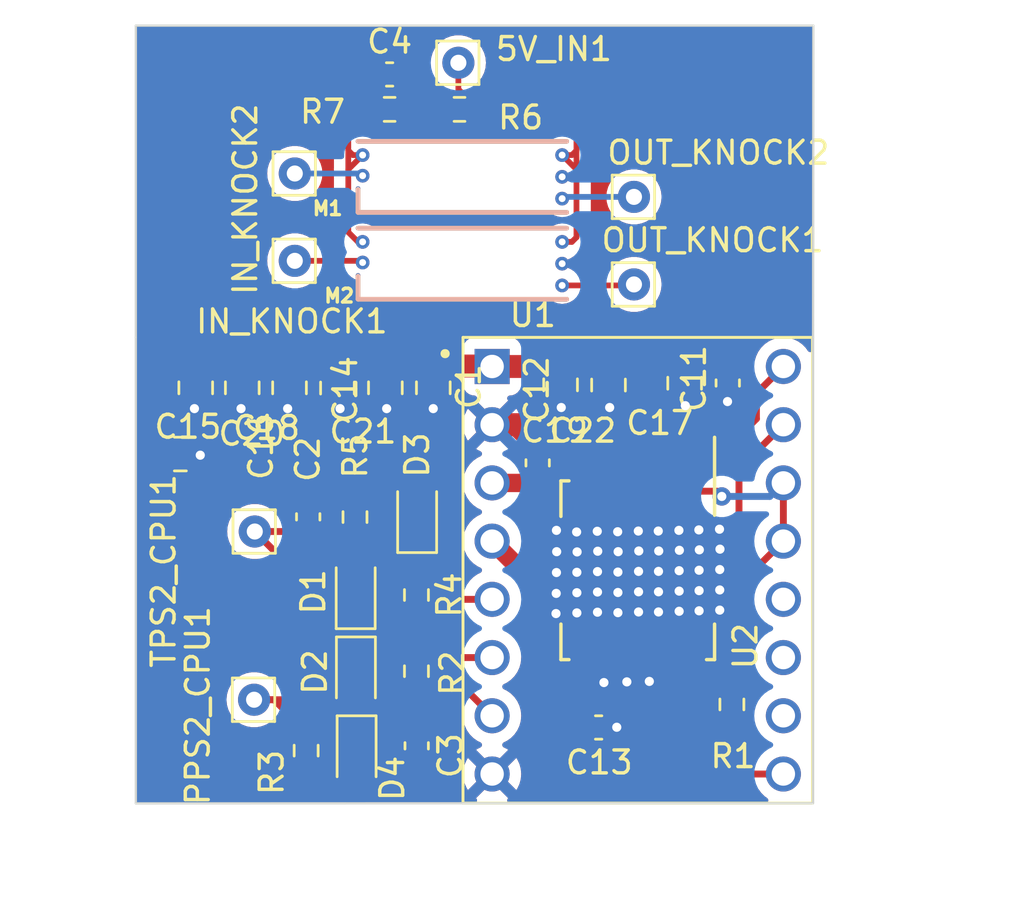
<source format=kicad_pcb>
(kicad_pcb (version 20221018) (generator pcbnew)
  (layers (0 "F.Cu" signal) (1 "In1.Cu" signal) (2 "In2.Cu" signal) (31 "B.Cu" signal) (34 "B.Paste" user) (35 "F.Paste" user) (36 "B.SilkS" user "B.Silkscreen") (37 "F.SilkS" user "F.Silkscreen") (38 "B.Mask" user) (39 "F.Mask" user) (44 "Edge.Cuts" user))
  (net 0 "")
  (net 2 "/OUT-")
  (net 3 "GND")
  (net 4 "/OUT+")
  (net 5 "/DIS")
  (net 6 "/PWM")
  (net 7 "+3.3V")
  (net 8 "+12VA")
  (net 10 "Net-(D1-A)")
  (net 11 "/DIR")
  (net 14 "Net-(D2-A)")
  (net 15 "/TPS2_IN")
  (net 16 "/PPS2_IN")
  (net 17 "+5V")
  (net 18 "/VREF")
  (net 19 "Net-(M2-OUT_KNOCK)")
  (net 20 "Net-(IN_KNOCK1-Pin_1)")
  (net 21 "Net-(IN_KNOCK2-Pin_1)")
  (net 22 "Net-(M1-OUT_KNOCK)")
  (footprint "Resistor_SMD:R_0603_1608Metric" (layer "F.Cu") (at 140.53 102.315 90)
    (fp_text reference "R1" (at -2.255 0.05) (layer "F.SilkS"))
    (fp_text value "4.7k" hide)
    (pad "1" smd roundrect (at -0.825 0 90) (size 0.8 0.95) (layers "F.Cu" "F.Paste" "F.Mask") (net 5 "/DIS"))
    (pad "2" smd roundrect (at 0.825 0 90) (size 0.8 0.95) (layers "F.Cu" "F.Paste" "F.Mask") (net 7 "+3.3V"))
  )
  (footprint "Connector_Pin:Pin_D0.7mm_L6.5mm_W1.8mm_FlatFork" (layer "F.Cu") (at 121.47 79.15)
    (fp_text reference "IN_KNOCK2" (at -2.161 1.119002 90) (layer "F.SilkS"))
    (fp_text value "Pad")
    (pad "1" thru_hole circle (at 0 0) (size 1.4 1.4) (drill 0.7) (layers "*.Cu" "*.Mask") (net 21 "Net-(IN_KNOCK2-Pin_1)"))
  )
  (footprint "Capacitor_SMD:C_0805_2012Metric" (layer "F.Cu") (at 119.18 88.5 90)
    (fp_text reference "C20" (at -2.005 0.42) (layer "F.SilkS"))
    (fp_text value "10u")
    (pad "1" smd roundrect (at -0.95 0 90) (size 1 1.45) (layers "F.Cu" "F.Paste" "F.Mask") (net 3 "GND"))
    (pad "2" smd roundrect (at 0.95 0 90) (size 1 1.45) (layers "F.Cu" "F.Paste" "F.Mask") (net 8 "+12VA"))
  )
  (footprint "Capacitor_SMD:C_0805_2012Metric" (layer "F.Cu") (at 121.24 88.5 90)
    (fp_text reference "C18" (at -1.75 -1) (layer "F.SilkS"))
    (fp_text value "10u")
    (pad "1" smd roundrect (at -0.95 0 90) (size 1 1.45) (layers "F.Cu" "F.Paste" "F.Mask") (net 3 "GND"))
    (pad "2" smd roundrect (at 0.95 0 90) (size 1 1.45) (layers "F.Cu" "F.Paste" "F.Mask") (net 8 "+12VA"))
  )
  (footprint "Capacitor_SMD:C_0805_2012Metric" (layer "F.Cu") (at 116.48 91.39 180)
    (fp_text reference "C16" (at -3.515 0.33 90) (layer "F.SilkS"))
    (fp_text value "10u")
    (pad "1" smd roundrect (at -0.95 0 180) (size 1 1.45) (layers "F.Cu" "F.Paste" "F.Mask") (net 3 "GND"))
    (pad "2" smd roundrect (at 0.95 0 180) (size 1 1.45) (layers "F.Cu" "F.Paste" "F.Mask") (net 8 "+12VA"))
  )
  (footprint "Resistor_SMD:R_0603_1608Metric" (layer "F.Cu") (at 128.653 76.350998 180)
    (fp_text reference "R6" (at -2.665 -0.357002) (layer "F.SilkS"))
    (fp_text value "510")
    (pad "1" smd roundrect (at -0.825 0 180) (size 0.8 0.95) (layers "F.Cu" "F.Paste" "F.Mask") (net 17 "+5V"))
    (pad "2" smd roundrect (at 0.825 0 180) (size 0.8 0.95) (layers "F.Cu" "F.Paste" "F.Mask") (net 18 "/VREF"))
  )
  (footprint "Resistor_SMD:R_0603_1608Metric" (layer "F.Cu") (at 125.605 76.350998 180)
    (fp_text reference "R7" (at 2.923 -0.103002) (layer "F.SilkS"))
    (fp_text value "510")
    (pad "1" smd roundrect (at -0.825 0 180) (size 0.8 0.95) (layers "F.Cu" "F.Paste" "F.Mask") (net 18 "/VREF"))
    (pad "2" smd roundrect (at 0.825 0 180) (size 0.8 0.95) (layers "F.Cu" "F.Paste" "F.Mask") (net 3 "GND"))
  )
  (footprint "Resistor_SMD:R_0603_1608Metric" (layer "F.Cu") (at 126.775 97.54 -90)
    (fp_text reference "R4" (at 0 -1.43 90) (layer "F.SilkS"))
    (fp_text value "4.7K")
    (pad "1" smd roundrect (at -0.825 0 270) (size 0.8 0.95) (layers "F.Cu" "F.Paste" "F.Mask") (net 10 "Net-(D1-A)"))
    (pad "2" smd roundrect (at 0.825 0 270) (size 0.8 0.95) (layers "F.Cu" "F.Paste" "F.Mask") (net 15 "/TPS2_IN"))
  )
  (footprint "Capacitor_SMD:C_0805_2012Metric" (layer "F.Cu") (at 135.15 88.38 90)
    (fp_text reference "C22" (at -1.99 -1.125) (layer "F.SilkS"))
    (fp_text value "10u")
    (pad "1" smd roundrect (at -0.95 0 90) (size 1 1.45) (layers "F.Cu" "F.Paste" "F.Mask") (net 3 "GND"))
    (pad "2" smd roundrect (at 0.95 0 90) (size 1 1.45) (layers "F.Cu" "F.Paste" "F.Mask") (net 8 "+12VA"))
  )
  (footprint "test:knock" (layer "F.Cu") (at 124.128 80.945997)
    (fp_text reference "M1" (at -1.954 0.080003 unlocked) (layer "F.SilkS") (effects (font (size 0.6 0.6) (thickness 0.254)) (justify left bottom)))
    (fp_text value "Module-knock-0.2" hide)
    (pad "E1" thru_hole circle (at 9 -2.6 180) (size 0.6 0.6) (drill 0.3) (layers "*.Cu" "*.Mask") (net 17 "+5V"))
    (pad "E2" smd oval (at 0.1 -0.625 180) (size 0.2 1.225) (layers "F.Cu" "F.Paste" "F.Mask") (net 3 "GND"))
    (pad "E2" smd oval (at 0.1 -0.625 180) (size 0.2 1.225) (layers "B.Cu" "B.Paste" "B.Mask") (net 3 "GND"))
    (pad "E2" smd oval (at 4.65 -3.2 90) (size 0.2 9.3) (layers "F.Cu" "F.Paste" "F.Mask") (net 3 "GND"))
    (pad "E2" smd oval (at 4.65 -3.2 90) (size 0.2 9.3) (layers "B.Cu" "B.Paste" "B.Mask") (net 3 "GND"))
    (pad "E2" smd oval (at 4.65 -0.1 270) (size 0.2 9.3) (layers "F.Cu" "F.Paste" "F.Mask") (net 3 "GND"))
    (pad "E2" smd oval (at 4.65 -0.1 270) (size 0.2 9.3) (layers "B.Cu" "B.Paste" "B.Mask") (net 3 "GND"))
    (pad "E2" thru_hole circle (at 9 -1.65 180) (size 0.6 0.6) (drill 0.3) (layers "*.Cu" "*.Mask") (net 3 "GND"))
    (pad "E3" thru_hole circle (at 9 -0.700002 180) (size 0.6 0.6) (drill 0.3) (layers "*.Cu" "*.Mask") (net 22 "Net-(M1-OUT_KNOCK)"))
    (pad "W1" thru_hole circle (at 0.3 -1.7) (size 0.6 0.6) (drill 0.3) (layers "*.Cu" "*.Mask") (net 21 "Net-(IN_KNOCK2-Pin_1)"))
    (pad "W2" thru_hole circle (at 0.3 -2.6) (size 0.6 0.6) (drill 0.3) (layers "*.Cu" "*.Mask") (net 18 "/VREF"))
    (zone (net 0) (net_name "") (layers "*.Cu") (connect_pads (clearance 0)) (min_thickness 0.254)
      (keepout (tracks allowed) (vias allowed) (pads allowed) (copperpour not_allowed) (footprints allowed))
      (fill (thermal_gap 0.508) (thermal_bridge_width 0.508))
      (polygon (pts (xy 133.328 80.845997) (xy 124.228 80.845997) (xy 124.228 77.745994) (xy 133.328 77.745994)))
    )
  )
  (footprint "Connector_Pin:Pin_D0.7mm_L6.5mm_W1.8mm_FlatFork" (layer "F.Cu") (at 121.47 82.96)
    (fp_text reference "IN_KNOCK1" (at -0.129 2.643002) (layer "F.SilkS"))
    (fp_text value "Pad")
    (pad "1" thru_hole circle (at 0 0) (size 1.4 1.4) (drill 0.7) (layers "*.Cu" "*.Mask") (net 20 "Net-(IN_KNOCK1-Pin_1)"))
  )
  (footprint "Diode_SMD:D_SOD-323" (layer "F.Cu") (at 126.805 94.08 90)
    (fp_text reference "D3" (at 2.65 0 90) (layer "F.SilkS"))
    (fp_text value "1N5819WS")
    (pad "1" smd roundrect (at -1.05 0 90) (size 0.6 0.45) (layers "F.Cu" "F.Paste" "F.Mask") (net 10 "Net-(D1-A)"))
    (pad "2" smd roundrect (at 1.05 0 90) (size 0.6 0.45) (layers "F.Cu" "F.Paste" "F.Mask") (net 3 "GND"))
  )
  (footprint "Diode_SMD:D_SOD-323" (layer "F.Cu") (at 124.135 100.98 -90)
    (fp_text reference "D2" (at -0.08 1.79 90) (layer "F.SilkS"))
    (fp_text value "1N5819WS")
    (pad "1" smd roundrect (at -1.05 0 270) (size 0.6 0.45) (layers "F.Cu" "F.Paste" "F.Mask") (net 7 "+3.3V"))
    (pad "2" smd roundrect (at 1.05 0 270) (size 0.6 0.45) (layers "F.Cu" "F.Paste" "F.Mask") (net 14 "Net-(D2-A)"))
  )
  (footprint "Capacitor_SMD:C_0603_1608Metric" (layer "F.Cu") (at 134.72 103.32 180)
    (fp_text reference "C13" (at -0.025 -1.525) (layer "F.SilkS"))
    (fp_text value "10n")
    (pad "1" smd roundrect (at -0.775 0 180) (size 0.9 0.95) (layers "F.Cu" "F.Paste" "F.Mask") (net 3 "GND"))
    (pad "2" smd roundrect (at 0.775 0 180) (size 0.9 0.95) (layers "F.Cu" "F.Paste" "F.Mask") (net 4 "/OUT+"))
  )
  (footprint "Connector_Pin:Pin_D0.7mm_L6.5mm_W1.8mm_FlatFork" (layer "F.Cu") (at 136.26 83.99)
    (fp_text reference "OUT_KNOCK1" (at 3.427 -1.928998) (layer "F.SilkS"))
    (fp_text value "Pad")
    (pad "1" thru_hole circle (at 0 0) (size 1.4 1.4) (drill 0.7) (layers "*.Cu" "*.Mask") (net 19 "Net-(M2-OUT_KNOCK)"))
  )
  (footprint "Capacitor_SMD:C_0603_1608Metric" (layer "F.Cu") (at 122.055 94.13 -90)
    (fp_text reference "C2" (at -2.51 0.02 90) (layer "F.SilkS"))
    (fp_text value "22nF")
    (pad "1" smd roundrect (at -0.775 0 270) (size 0.9 0.95) (layers "F.Cu" "F.Paste" "F.Mask") (net 3 "GND"))
    (pad "2" smd roundrect (at 0.775 0 270) (size 0.9 0.95) (layers "F.Cu" "F.Paste" "F.Mask") (net 10 "Net-(D1-A)"))
  )
  (footprint "test:knock" (layer "F.Cu") (at 124.128 84.734)
    (fp_text reference "M2" (at -1.446 0.102 unlocked) (layer "F.SilkS") (effects (font (size 0.6 0.6) (thickness 0.254)) (justify left bottom)))
    (fp_text value "Module-knock-0.2" hide)
    (pad "E1" thru_hole circle (at 9 -2.6 180) (size 0.6 0.6) (drill 0.3) (layers "*.Cu" "*.Mask") (net 17 "+5V"))
    (pad "E2" smd oval (at 0.1 -0.625 180) (size 0.2 1.225) (layers "F.Cu" "F.Paste" "F.Mask") (net 3 "GND"))
    (pad "E2" smd oval (at 0.1 -0.625 180) (size 0.2 1.225) (layers "B.Cu" "B.Paste" "B.Mask") (net 3 "GND"))
    (pad "E2" smd oval (at 4.65 -3.2 90) (size 0.2 9.3) (layers "F.Cu" "F.Paste" "F.Mask") (net 3 "GND"))
    (pad "E2" smd oval (at 4.65 -3.2 90) (size 0.2 9.3) (layers "B.Cu" "B.Paste" "B.Mask") (net 3 "GND"))
    (pad "E2" smd oval (at 4.65 -0.1 270) (size 0.2 9.3) (layers "F.Cu" "F.Paste" "F.Mask") (net 3 "GND"))
    (pad "E2" smd oval (at 4.65 -0.1 270) (size 0.2 9.3) (layers "B.Cu" "B.Paste" "B.Mask") (net 3 "GND"))
    (pad "E2" thru_hole circle (at 9 -1.65 180) (size 0.6 0.6) (drill 0.3) (layers "*.Cu" "*.Mask") (net 3 "GND"))
    (pad "E3" thru_hole circle (at 9 -0.700002 180) (size 0.6 0.6) (drill 0.3) (layers "*.Cu" "*.Mask") (net 19 "Net-(M2-OUT_KNOCK)"))
    (pad "W1" thru_hole circle (at 0.3 -1.7) (size 0.6 0.6) (drill 0.3) (layers "*.Cu" "*.Mask") (net 20 "Net-(IN_KNOCK1-Pin_1)"))
    (pad "W2" thru_hole circle (at 0.3 -2.6) (size 0.6 0.6) (drill 0.3) (layers "*.Cu" "*.Mask") (net 18 "/VREF"))
    (zone (net 0) (net_name "") (layers "*.Cu") (connect_pads (clearance 0)) (min_thickness 0.254)
      (keepout (tracks allowed) (vias allowed) (pads allowed) (copperpour not_allowed) (footprints allowed))
      (fill (thermal_gap 0.508) (thermal_bridge_width 0.508))
      (polygon (pts (xy 133.328 84.634) (xy 124.228 84.634) (xy 124.228 81.533997) (xy 133.328 81.533997)))
    )
  )
  (footprint "Connector_Pin:Pin_D0.7mm_L6.5mm_W1.8mm_FlatFork" (layer "F.Cu") (at 136.26 80.17)
    (fp_text reference "OUT_KNOCK2" (at 3.681 -1.928998 180) (layer "F.SilkS"))
    (fp_text value "Pad")
    (pad "1" thru_hole circle (at 0 0) (size 1.4 1.4) (drill 0.7) (layers "*.Cu" "*.Mask") (net 22 "Net-(M1-OUT_KNOCK)"))
  )
  (footprint "Capacitor_SMD:C_0805_2012Metric" (layer "F.Cu") (at 117.15 88.5 90)
    (fp_text reference "C15" (at -1.7 -0.34) (layer "F.SilkS"))
    (fp_text value "10u")
    (pad "1" smd roundrect (at -0.95 0 90) (size 1 1.45) (layers "F.Cu" "F.Paste" "F.Mask") (net 3 "GND"))
    (pad "2" smd roundrect (at 0.95 0 90) (size 1 1.45) (layers "F.Cu" "F.Paste" "F.Mask") (net 8 "+12VA"))
  )
  (footprint "Diode_SMD:D_SOD-323" (layer "F.Cu") (at 124.125 97.4 90)
    (fp_text reference "D1" (at 0 -1.85 90) (layer "F.SilkS"))
    (fp_text value "1N5819WS")
    (pad "1" smd roundrect (at -1.05 0 90) (size 0.6 0.45) (layers "F.Cu" "F.Paste" "F.Mask") (net 7 "+3.3V"))
    (pad "2" smd roundrect (at 1.05 0 90) (size 0.6 0.45) (layers "F.Cu" "F.Paste" "F.Mask") (net 10 "Net-(D1-A)"))
  )
  (footprint "Connector_Pin:Pin_D0.7mm_L6.5mm_W1.8mm_FlatFork" (layer "F.Cu") (at 119.695 102.11)
    (fp_text reference "PPS2_CPU1" (at -2.455 0.26 90) (layer "F.SilkS"))
    (fp_text value "Pad")
    (pad "1" thru_hole circle (at 0 0) (size 1.4 1.4) (drill 0.7) (layers "*.Cu" "*.Mask") (net 14 "Net-(D2-A)"))
  )
  (footprint "Package_SO:Infineon_PG-DSO-12-11" (layer "F.Cu") (at 136.425 96.46 -90)
    (fp_text reference "U2" (at 3.31 -4.695 90) (layer "F.SilkS"))
    (fp_text value "TLE9201SG")
    (pad "1" smd rect (at -4.8 -2.5 270) (size 2 0.65) (layers "F.Cu" "F.Paste" "F.Mask") (net 11 "/DIR"))
    (pad "2" smd rect (at -4.8 -1.5 270) (size 2 0.65) (layers "F.Cu" "F.Paste" "F.Mask") (net 7 "+3.3V"))
    (pad "3" smd rect (at -4.8 -0.5 270) (size 2 0.65) (layers "F.Cu" "F.Paste" "F.Mask"))
    (pad "4" smd rect (at -4.8 0.5 270) (size 2 0.65) (layers "F.Cu" "F.Paste" "F.Mask") (net 8 "+12VA"))
    (pad "5" smd rect (at -4.8 1.5 270) (size 2 0.65) (layers "F.Cu" "F.Paste" "F.Mask") (net 2 "/OUT-"))
    (pad "6" smd rect (at -4.8 2.5 270) (size 2 0.65) (layers "F.Cu" "F.Paste" "F.Mask") (net 3 "GND"))
    (pad "7" smd rect (at 4.8 2.5 270) (size 2 0.65) (layers "F.Cu" "F.Paste" "F.Mask") (net 4 "/OUT+"))
    (pad "8" smd rect (at 4.8 1.5 270) (size 2 0.65) (layers "F.Cu" "F.Paste" "F.Mask") (net 3 "GND"))
    (pad "9" smd rect (at 4.8 0.5 270) (size 2 0.65) (layers "F.Cu" "F.Paste" "F.Mask") (net 3 "GND"))
    (pad "10" smd rect (at 4.8 -0.5 270) (size 2 0.65) (layers "F.Cu" "F.Paste" "F.Mask") (net 3 "GND"))
    (pad "11" smd rect (at 4.8 -1.5 270) (size 2 0.65) (layers "F.Cu" "F.Paste" "F.Mask") (net 5 "/DIS"))
    (pad "12" smd rect (at 4.8 -2.5 270) (size 2 0.65) (layers "F.Cu" "F.Paste" "F.Mask") (net 6 "/PWM"))
    (pad "13" smd rect (at 0 0 270) (size 4.5 8.1) (layers "F.Cu" "F.Mask") (net 3 "GND"))
  )
  (footprint "Capacitor_SMD:C_0805_2012Metric" (layer "F.Cu") (at 127.51 88.5 90)
    (fp_text reference "C1" (at 0.05 1.55 90) (layer "F.SilkS"))
    (fp_text value "10u" hide)
    (pad "1" smd roundrect (at -0.95 0 90) (size 1 1.45) (layers "F.Cu" "F.Paste" "F.Mask") (net 3 "GND"))
    (pad "2" smd roundrect (at 0.95 0 90) (size 1 1.45) (layers "F.Cu" "F.Paste" "F.Mask") (net 8 "+12VA"))
  )
  (footprint "Capacitor_SMD:C_0603_1608Metric" (layer "F.Cu") (at 132.06 91.775 -90)
    (fp_text reference "C12" (at -3.195 0.04 90) (layer "F.SilkS"))
    (fp_text value "10n" hide)
    (pad "1" smd roundrect (at -0.775 0 270) (size 0.9 0.95) (layers "F.Cu" "F.Paste" "F.Mask") (net 3 "GND"))
    (pad "2" smd roundrect (at 0.775 0 270) (size 0.9 0.95) (layers "F.Cu" "F.Paste" "F.Mask") (net 2 "/OUT-"))
  )
  (footprint "Capacitor_SMD:C_0805_2012Metric" (layer "F.Cu") (at 123.33 88.51 90)
    (fp_text reference "C21" (at -1.9 1.11) (layer "F.SilkS"))
    (fp_text value "10u")
    (pad "1" smd roundrect (at -0.95 0 90) (size 1 1.45) (layers "F.Cu" "F.Paste" "F.Mask") (net 3 "GND"))
    (pad "2" smd roundrect (at 0.95 0 90) (size 1 1.45) (layers "F.Cu" "F.Paste" "F.Mask") (net 8 "+12VA"))
  )
  (footprint "Capacitor_SMD:C_0603_1608Metric" (layer "F.Cu") (at 126.785 104.12 90)
    (fp_text reference "C3" (at -0.43 1.465 90) (layer "F.SilkS"))
    (fp_text value "22nF")
    (pad "1" smd roundrect (at -0.775 0 90) (size 0.9 0.95) (layers "F.Cu" "F.Paste" "F.Mask") (net 3 "GND"))
    (pad "2" smd roundrect (at 0.775 0 90) (size 0.9 0.95) (layers "F.Cu" "F.Paste" "F.Mask") (net 14 "Net-(D2-A)"))
  )
  (footprint "Resistor_SMD:R_0603_1608Metric" (layer "F.Cu") (at 126.775 100.865 90)
    (fp_text reference "R2" (at -0.085 1.56 90) (layer "F.SilkS"))
    (fp_text value "4.7K")
    (pad "1" smd roundrect (at -0.825 0 90) (size 0.8 0.95) (layers "F.Cu" "F.Paste" "F.Mask") (net 14 "Net-(D2-A)"))
    (pad "2" smd roundrect (at 0.825 0 90) (size 0.8 0.95) (layers "F.Cu" "F.Paste" "F.Mask") (net 16 "/PPS2_IN"))
  )
  (footprint "Capacitor_SMD:C_0805_2012Metric" (layer "F.Cu") (at 125.42 88.5 90)
    (fp_text reference "C14" (at -0.075 -1.75 90) (layer "F.SilkS"))
    (fp_text value "10u")
    (pad "1" smd roundrect (at -0.95 0 90) (size 1 1.45) (layers "F.Cu" "F.Paste" "F.Mask") (net 3 "GND"))
    (pad "2" smd roundrect (at 0.95 0 90) (size 1 1.45) (layers "F.Cu" "F.Paste" "F.Mask") (net 8 "+12VA"))
  )
  (footprint "Diode_SMD:D_SOD-323" (layer "F.Cu") (at 124.165 104.42 -90)
    (fp_text reference "D4" (at 1.12 -1.555 90) (layer "F.SilkS"))
    (fp_text value "1N5819WS")
    (pad "1" smd roundrect (at -1.05 0 270) (size 0.6 0.45) (layers "F.Cu" "F.Paste" "F.Mask") (net 14 "Net-(D2-A)"))
    (pad "2" smd roundrect (at 1.05 0 270) (size 0.6 0.45) (layers "F.Cu" "F.Paste" "F.Mask") (net 3 "GND"))
  )
  (footprint "Connector_Pin:Pin_D0.7mm_L6.5mm_W1.8mm_FlatFork" (layer "F.Cu") (at 128.603 74.318998)
    (fp_text reference "5V_IN1" (at 4.167 -0.598998) (layer "F.SilkS"))
    (fp_text value "Pad")
    (pad "1" thru_hole circle (at 0 0) (size 1.4 1.4) (drill 0.7) (layers "*.Cu" "*.Mask") (net 17 "+5V"))
  )
  (footprint "Capacitor_SMD:C_0603_1608Metric" (layer "F.Cu") (at 125.605 74.826998)
    (fp_text reference "C4" (at 0 -1.43) (layer "F.SilkS"))
    (fp_text value "2.2uF")
    (pad "1" smd roundrect (at -0.775 0) (size 0.9 0.95) (layers "F.Cu" "F.Paste" "F.Mask") (net 3 "GND"))
    (pad "2" smd roundrect (at 0.775 0) (size 0.9 0.95) (layers "F.Cu" "F.Paste" "F.Mask") (net 18 "/VREF"))
  )
  (footprint "Resistor_SMD:R_0603_1608Metric" (layer "F.Cu") (at 124.095 94.14 -90)
    (fp_text reference "R5" (at -2.67 -0.01 90) (layer "F.SilkS"))
    (fp_text value "9.1K")
    (pad "1" smd roundrect (at -0.825 0 270) (size 0.8 0.95) (layers "F.Cu" "F.Paste" "F.Mask") (net 3 "GND"))
    (pad "2" smd roundrect (at 0.825 0 270) (size 0.8 0.95) (layers "F.Cu" "F.Paste" "F.Mask") (net 10 "Net-(D1-A)"))
  )
  (footprint "Capacitor_SMD:C_0603_1608Metric" (layer "F.Cu") (at 140.35 88.29 90)
    (fp_text reference "C11" (at 0.195 -1.475 90) (layer "F.SilkS"))
    (fp_text value "100n")
    (pad "1" smd roundrect (at -0.775 0 90) (size 0.9 0.95) (layers "F.Cu" "F.Paste" "F.Mask") (net 3 "GND"))
    (pad "2" smd roundrect (at 0.775 0 90) (size 0.9 0.95) (layers "F.Cu" "F.Paste" "F.Mask") (net 8 "+12VA"))
  )
  (footprint "Capacitor_SMD:C_0805_2012Metric" (layer "F.Cu") (at 133.06 88.37 90)
    (fp_text reference "C19" (at -2 -0.265) (layer "F.SilkS"))
    (fp_text value "10u" hide)
    (pad "1" smd roundrect (at -0.95 0 90) (size 1 1.45) (layers "F.Cu" "F.Paste" "F.Mask") (net 3 "GND"))
    (pad "2" smd roundrect (at 0.95 0 90) (size 1 1.45) (layers "F.Cu" "F.Paste" "F.Mask") (net 8 "+12VA"))
  )
  (footprint "Resistor_SMD:R_0603_1608Metric" (layer "F.Cu") (at 121.965 104.33 90)
    (fp_text reference "R3" (at -0.95 -1.505 90) (layer "F.SilkS"))
    (fp_text value "9.1K")
    (pad "1" smd roundrect (at -0.825 0 90) (size 0.8 0.95) (layers "F.Cu" "F.Paste" "F.Mask") (net 3 "GND"))
    (pad "2" smd roundrect (at 0.825 0 90) (size 0.8 0.95) (layers "F.Cu" "F.Paste" "F.Mask") (net 14 "Net-(D2-A)"))
  )
  (footprint "Capacitor_SMD:C_0805_2012Metric" (layer "F.Cu") (at 138.47 88.3 90)
    (fp_text reference "C17" (at -1.735 -1.09) (layer "F.SilkS"))
    (fp_text value "10u")
    (pad "1" smd roundrect (at -0.95 0 90) (size 1 1.45) (layers "F.Cu" "F.Paste" "F.Mask") (net 3 "GND"))
    (pad "2" smd roundrect (at 0.95 0 90) (size 1 1.45) (layers "F.Cu" "F.Paste" "F.Mask") (net 8 "+12VA"))
  )
  (footprint "Connector_Pin:Pin_D0.7mm_L6.5mm_W1.8mm_FlatFork" (layer "F.Cu") (at 119.725 94.77)
    (fp_text reference "TPS2_CPU1" (at -3.975 1.72 90) (layer "F.SilkS"))
    (fp_text value "Pad")
    (pad "1" thru_hole circle (at 0 0) (size 1.4 1.4) (drill 0.7) (layers "*.Cu" "*.Mask") (net 10 "Net-(D1-A)"))
  )
  (footprint "test:MODULE_A4988_STEPPER_MOTOR_DRIVER_CARRIER" (layer "F.Cu") (at 136.425 96.46)
    (fp_text reference "U1" (at -4.575 -11.135) (layer "F.SilkS"))
    (fp_text value "A4988_STEPPER_MOTOR_DRIVER_CARRIER")
    (pad "1" thru_hole rect (at -6.35 -8.89) (size 1.53 1.53) (drill 1.02) (layers "*.Cu" "*.Mask") (net 8 "+12VA"))
    (pad "2" thru_hole circle (at -6.35 -6.35) (size 1.53 1.53) (drill 1.02) (layers "*.Cu" "*.Mask") (net 3 "GND"))
    (pad "3" thru_hole circle (at -6.35 -3.81) (size 1.53 1.53) (drill 1.02) (layers "*.Cu" "*.Mask") (net 2 "/OUT-"))
    (pad "4" thru_hole circle (at -6.35 -1.27) (size 1.53 1.53) (drill 1.02) (layers "*.Cu" "*.Mask") (net 4 "/OUT+"))
    (pad "5" thru_hole circle (at -6.35 1.27) (size 1.53 1.53) (drill 1.02) (layers "*.Cu" "*.Mask") (net 15 "/TPS2_IN"))
    (pad "6" thru_hole circle (at -6.35 3.81) (size 1.53 1.53) (drill 1.02) (layers "*.Cu" "*.Mask") (net 16 "/PPS2_IN"))
    (pad "7" thru_hole circle (at -6.35 6.35) (size 1.53 1.53) (drill 1.02) (layers "*.Cu" "*.Mask") (net 7 "+3.3V"))
    (pad "8" thru_hole circle (at -6.35 8.89) (size 1.53 1.53) (drill 1.02) (layers "*.Cu" "*.Mask") (net 3 "GND"))
    (pad "9" thru_hole circle (at 6.35 8.89) (size 1.53 1.53) (drill 1.02) (layers "*.Cu" "*.Mask") (net 5 "/DIS"))
    (pad "10" thru_hole circle (at 6.35 6.35) (size 1.53 1.53) (drill 1.02) (layers "*.Cu" "*.Mask"))
    (pad "11" thru_hole circle (at 6.35 3.81) (size 1.53 1.53) (drill 1.02) (layers "*.Cu" "*.Mask"))
    (pad "12" thru_hole circle (at 6.35 1.27) (size 1.53 1.53) (drill 1.02) (layers "*.Cu" "*.Mask"))
    (pad "13" thru_hole circle (at 6.35 -1.27) (size 1.53 1.53) (drill 1.02) (layers "*.Cu" "*.Mask") (net 7 "+3.3V"))
    (pad "14" thru_hole circle (at 6.35 -3.81) (size 1.53 1.53) (drill 1.02) (layers "*.Cu" "*.Mask") (net 7 "+3.3V"))
    (pad "15" thru_hole circle (at 6.35 -6.35) (size 1.53 1.53) (drill 1.02) (layers "*.Cu" "*.Mask") (net 6 "/PWM"))
    (pad "16" thru_hole circle (at 6.35 -8.89) (size 1.53 1.53) (drill 1.02) (layers "*.Cu" "*.Mask") (net 11 "/DIR"))
  )
  (gr_line (start 144.07 106.625) (end 144.07 86.3) (stroke (width 0.1)) (layer "Edge.Cuts"))
  (gr_line (start 128.8 106.625) (end 144.05 106.625) (stroke (width 0.1)) (layer "Edge.Cuts"))
  (gr_line (start 114.54 72.7) (end 144.08 72.7) (stroke (width 0.1)) (layer "Edge.Cuts"))
  (gr_line (start 144.07 86.3) (end 144.08 72.7) (stroke (width 0.1)) (layer "Edge.Cuts"))
  (gr_line (start 114.54 86.3) (end 114.54 72.7) (stroke (width 0.1)) (layer "Edge.Cuts"))
  (gr_line (start 128.8 106.625) (end 114.54 106.63) (stroke (width 0.1)) (layer "Edge.Cuts"))
  (gr_line (start 114.54 86.3) (end 114.54 106.63) (stroke (width 0.1)) (layer "Edge.Cuts"))
  (segment (start 131.96 92.65) (end 132.06 92.55) (width 0.8) (layer "F.Cu") (net 2))
  (segment (start 134.85 93.26) (end 132.77 93.26) (width 0.8) (layer "F.Cu") (net 2))
  (segment (start 134.925 91.66) (end 134.925 93.185) (width 0.8) (layer "F.Cu") (net 2))
  (segment (start 132.77 93.26) (end 132.06 92.55) (width 0.8) (layer "F.Cu") (net 2))
  (segment (start 130.075 92.65) (end 131.96 92.65) (width 0.8) (layer "F.Cu") (net 2))
  (segment (start 134.925 93.185) (end 134.85 93.26) (width 0.8) (layer "F.Cu") (net 2))
  (segment (start 133.17 97.47) (end 133 97.64) (width 0.8) (layer "F.Cu") (net 3))
  (segment (start 127.51 89.45) (end 127.51 90.168) (width 1) (layer "F.Cu") (net 3))
  (segment (start 136.2175 102.5975) (end 135.51 103.305) (width 0.8) (layer "F.Cu") (net 3))
  (segment (start 117.15 91.11) (end 117.348 91.308) (width 1) (layer "F.Cu") (net 3))
  (segment (start 132.99 98.89) (end 133.52 99.42) (width 0.8) (layer "F.Cu") (net 3))
  (segment (start 117.094 89.408) (end 117.15 91.11) (width 1) (layer "F.Cu") (net 3))
  (segment (start 139.84 98.67) (end 139.01 99.5) (width 0.8) (layer "F.Cu") (net 3))
  (segment (start 134.945001 99.755001) (end 134.945001 101.26) (width 0.8) (layer "F.Cu") (net 3))
  (segment (start 138.97 99.46) (end 138.23 99.46) (width 0.8) (layer "F.Cu") (net 3))
  (segment (start 133.885 98.695) (end 134.945001 99.755001) (width 0.8) (layer "F.Cu") (net 3))
  (segment (start 138.165 96.385) (end 136.925 97.625) (width 0.8) (layer "F.Cu") (net 3))
  (segment (start 135.51 103.305) (end 135.51 103.31) (width 0.8) (layer "F.Cu") (net 3))
  (segment (start 139.67 95.88) (end 140.01 95.54) (width 0.8) (layer "F.Cu") (net 3))
  (segment (start 135.995 101.33) (end 136.2175 101.5525) (width 0.8) (layer "F.Cu") (net 3))
  (segment (start 136.07 99.6) (end 135.925 101.26) (width 0.8) (layer "F.Cu") (net 3))
  (segment (start 139.67 95.2) (end 139.67 94.88) (width 0.8) (layer "F.Cu") (net 3))
  (segment (start 136.925 101.315) (end 136.925 101.89) (width 0.8) (layer "F.Cu") (net 3))
  (segment (start 135.925 101.089999) (end 134.945001 100.11) (width 0.8) (layer "F.Cu") (net 3))
  (segment (start 134.945001 100.11) (end 134.945001 101.26) (width 0.8) (layer "F.Cu") (net 3))
  (segment (start 136.2175 101.5525) (end 136.2175 102.5975) (width 0.8) (layer "F.Cu") (net 3))
  (segment (start 117.348 91.44) (end 117.48 91.44) (width 1) (layer "F.Cu") (net 3))
  (segment (start 133.52 99.42) (end 133.76 99.66) (width 0.8) (layer "F.Cu") (net 3))
  (segment (start 138.22 99.47) (end 138.22 98.31) (width 0.8) (layer "F.Cu") (net 3))
  (segment (start 135.95 101.285) (end 135.95 101.33) (width 0.8) (layer "F.Cu") (net 3))
  (segment (start 132.27 90.11) (end 133.06 89.32) (width 1) (layer "F.Cu") (net 3))
  (segment (start 135.925 97.995) (end 136.15 98.07) (width 0.8) (layer "F.Cu") (net 3))
  (segment (start 130.075 90.11) (end 131.17 90.11) (width 1) (layer "F.Cu") (net 3))
  (segment (start 140.19 89.25) (end 140.34 89.1) (width 1) (layer "F.Cu") (net 3))
  (segment (start 135.925 101.26) (end 135.925 98.625) (width 0.8) (layer "F.Cu") (net 3))
  (segment (start 135.495 103.32) (end 134.945001 102.770001) (width 0.8) (layer "F.Cu") (net 3))
  (segment (start 136.925 98.79) (end 136.925 99.46) (width 0.8) (layer "F.Cu") (net 3))
  (segment (start 127.51 90.168) (end 127.508 90.17) (width 1) (layer "F.Cu") (net 3))
  (segment (start 136.925 101.89) (end 136.2175 102.5975) (width 0.8) (layer "F.Cu") (net 3))
  (segment (start 134.945001 101.26) (end 136.925 101.26) (width 0.8) (layer "F.Cu") (net 3))
  (segment (start 131.17 90.11) (end 132.06 91) (width 1) (layer "F.Cu") (net 3))
  (segment (start 119.126 91.186) (end 120.862 89.45) (width 1) (layer "F.Cu") (net 3))
  (segment (start 138.23 99.46) (end 138.22 99.47) (width 0.8) (layer "F.Cu") (net 3))
  (segment (start 138.165 96.385) (end 138.65 95.9) (width 0.8) (layer "F.Cu") (net 3))
  (segment (start 132.89 95.65) (end 132.88 96.56) (width 0.8) (layer "F.Cu") (net 3))
  (segment (start 139.84 98.17) (end 140 98.2) (width 0.8) (layer "F.Cu") (net 3))
  (segment (start 133.09 89.36) (end 133.825 90.095) (width 1) (layer "F.Cu") (net 3))
  (segment (start 136.93 101.31) (end 136.93 100.46) (width 0.8) (layer "F.Cu") (net 3))
  (segment (start 134.945001 99.755001) (end 134.945001 100.11) (width 0.8) (layer "F.Cu") (net 3))
  (segment (start 138.65 95.9) (end 140 96.43) (width 0.8) (layer "F.Cu") (net 3))
  (segment (start 132.99 98.695) (end 132.99 98.48) (width 0.8) (layer "F.Cu") (net 3))
  (segment (start 135.495 103.32) (end 135.495 101.69) (width 0.8) (layer "F.Cu") (net 3))
  (segment (start 139.67 95.9) (end 139.67 95.88) (width 0.8) (layer "F.Cu") (net 3))
  (segment (start 120.862 89.45) (end 121.24 89.45) (width 1) (layer "F.Cu") (net 3))
  (segment (start 133.73 89.33) (end 135.15 89.33) (width 0.8) (layer "F.Cu") (net 3))
  (segment (start 132.87 97.77) (end 132.87 97.47) (width 0.8) (layer "F.Cu") (net 3))
  (segment (start 117.43 91.39) (end 118.16 91.39) (width 1) (layer "F.Cu") (net 3))
  (segment (start 127.508 89.408) (end 127.51 89.45) (width 1) (layer "F.Cu") (net 3))
  (segment (start 138.22 99.47) (end 138.21 99.46) (width 0.8) (layer "F.Cu") (net 3))
  (segment (start 139.67 94.88) (end 139.79 94.76) (width 0.8) (layer "F.Cu") (net 3))
  (segment (start 121.158 89.408) (end 123.444 89.408) (width 1) (layer "F.Cu") (net 3))
  (segment (start 139.79 94.76) (end 139.29 94.76) (width 0.8) (layer "F.Cu") (net 3))
  (segment (start 132.88 94.72) (end 132.65 94.72) (width 0.8) (layer "F.Cu") (net 3))
  (segment (start 119.084 89.45) (end 119.126 89.408) (width 1) (layer "F.Cu") (net 3))
  (segment (start 136.81 98.86) (end 136.07 99.6) (width 0.8) (layer "F.Cu") (net 3))
  (segment (start 134.945001 101.355001) (end 134.945001 101.26) (width 0.8) (layer "F.Cu") (net 3))
  (segment (start 134.95 101.36) (end 134.945001 101.355001) (width 0.8) (layer "F.Cu") (net 3))
  (segment (start 133.09 89.97) (end 132.06 91) (width 1) (layer "F.Cu") (net 3))
  (segment (start 140 98.2) (end 139.84 98.67) (width 0.8) (layer "F.Cu") (net 3))
  (segment (start 139.58 98.17) (end 138.89 98.86) (width 0.8) (layer "F.Cu") (net 3))
  (segment (start 123.444 89.408) (end 125.476 89.408) (width 1) (layer "F.Cu") (net 3))
  (segment (start 133.925 91.66) (end 133.265 91) (width 0.8) (layer "F.Cu") (net 3))
  (segment (start 134.85 99.66) (end 134.945001 99.755001) (width 0.8) (layer "F.Cu") (net 3))
  (segment (start 136.925 101.305) (end 136.93 101.31) (width 0.8) (layer "F.Cu") (net 3))
  (segment (start 134.455 89.33) (end 135.15 89.33) (width 0.8) (layer "F.Cu") (net 3))
  (segment (start 134.36 98.695) (end 132.99 98.695) (width 0.8) (layer "F.Cu") (net 3))
  (segment (start 133.09 89.36) (end 133.09 89.97) (width 1) (layer "F.Cu") (net 3))
  (segment (start 140 96.43) (end 139.67 95.9) (width 0.8) (layer "F.Cu") (net 3))
  (segment (start 135.51 103.31) (end 135.505 103.31) (width 0.8) (layer "F.Cu") (net 3))
  (segment (start 132.06 91) (end 133.73 89.33) (width 0.8) (layer "F.Cu") (net 3))
  (segment (start 132.99 98.22) (end 132.99 97.65) (width 0.8) (layer "F.Cu") (net 3))
  (segment (start 135.925 101.26) (end 135.925 101.089999) (width 0.8) (layer "F.Cu") (net 3))
  (segment (start 130.075 90.11) (end 132.27 90.11) (width 1) (layer "F.Cu") (net 3))
  (segment (start 135.505 103.31) (end 135.495 103.32) (width 0.8) (layer "F.Cu") (net 3))
  (segment (start 132.86 98.35) (end 132.99 98.22) (width 0.8) (layer "F.Cu") (net 3))
  (segment (start 132.88 96.56) (end 132.89 96.32) (width 0.8) (layer "F.Cu") (net 3))
  (segment (start 136.07 99.6) (end 136.115 99.6) (width 0.8) (layer "F.Cu") (net 3))
  (segment (start 132.88 94.95) (end 132.88 94.72) (width 0.8) (layer "F.Cu") (net 3))
  (segment (start 117.348 91.308) (end 117.348 91.44) (width 1) (layer "F.Cu") (net 3))
  (segment (start 132.99 98.695) (end 132.99 98.89) (width 0.8) (layer "F.Cu") (net 3))
  (segment (start 136.115 99.6) (end 136.925 98.79) (width 0.8) (layer "F.Cu") (net 3))
  (segment (start 117.15 89.45) (end 117.094 89.408) (width 1) (layer "F.Cu") (net 3))
  (segment (start 138.89 98.86) (end 136.81 98.86) (width 0.8) (layer "F.Cu") (net 3))
  (segment (start 127.508 90.17) (end 118.364 90.17) (width 1) (layer "F.Cu") (net 3))
  (segment (start 134.95 101.36) (end 134.95 99.27) (width 0.8) (layer "F.Cu") (net 3))
  (segment (start 117.15 89.45) (end 117.15 90.38) (width 1) (layer "F.Cu") (net 3))
  (segment (start 118.364 90.17) (end 118.237 90.297) (width 1) (layer "F.Cu") (net 3))
  (segment (start 118.745 90.805) (end 119.126 91.186) (width 1) (layer "F.Cu") (net 3))
  (segment (start 134.945001 101.364999) (end 134.95 101.36) (width 0.8) (layer "F.Cu") (net 3))
  (segment (start 133.825 90.095) (end 133.825 91.66) (width 1) (layer "F.Cu") (net 3))
  (segment (start 135.925 101.26) (end 135.95 101.285) (width 0.8) (layer "F.Cu") (net 3))
  (segment (start 117.48 91.44) (end 117.43 91.39) (width 1) (layer "F.Cu") (net 3))
  (segment (start 136.925 101.26) (end 134.36 98.695) (width 0.8) (layer "F.Cu") (net 3))
  (segment (start 132.84 94.91) (end 132.88 94.95) (width 0.8) (layer "F.Cu") (net 3))
  (segment (start 134.22 99.66) (end 134.85 99.66) (width 0.8) (layer "F.Cu") (net 3))
  (segment (start 125.476 89.408) (end 127.508 89.408) (width 1) (layer "F.Cu") (net 3))
  (segment (start 136.925 101.26) (end 136.925 101.305) (width 0.8) (layer "F.Cu") (net 3))
  (segment (start 139.84 98.17) (end 139.58 98.17) (width 0.8) (layer "F.Cu") (net 3))
  (segment (start 117.15 89.45) (end 119.084 89.45) (width 1) (layer "F.Cu") (net 3))
  (segment (start 133.76 99.66) (end 134.22 99.66) (width 0.8) (layer "F.Cu") (net 3))
  (segment (start 136.925 101.26) (end 136.925 99.46) (width 0.8) (layer "F.Cu") (net 3))
  (segment (start 135.495 101.69) (end 135.925 101.26) (width 0.8) (layer "F.Cu") (net 3))
  (segment (start 118.237 90.297) (end 118.745 90.805) (width 1) (layer "F.Cu") (net 3))
  (segment (start 119.168 89.45) (end 119.18 89.45) (width 1) (layer "F.Cu") (net 3))
  (segment (start 132.65 94.72) (end 135.925 97.995) (width 0.8) (layer "F.Cu") (net 3))
  (segment (start 133.925 91.66) (end 133.925 89.86) (width 0.8) (layer "F.Cu") (net 3))
  (segment (start 138.31 94.675) (end 138.165 94.82) (width 0.8) (layer "F.Cu") (net 3))
  (segment (start 134.945001 102.770001) (end 134.945001 101.364999) (width 0.8) (layer "F.Cu") (net 3))
  (segment (start 140.01 95.54) (end 139.67 95.2) (width 0.8) (layer "F.Cu") (net 3))
  (segment (start 136.15 98.07) (end 136.07 99.6) (width 0.8) (layer "F.Cu") (net 3))
  (segment (start 117.15 89.45) (end 117.39 89.45) (width 1) (layer "F.Cu") (net 3))
  (segment (start 138.09 99.6) (end 138.22 99.47) (width 0.8) (layer "F.Cu") (net 3))
  (segment (start 136.07 99.6) (end 138.09 99.6) (width 0.8) (layer "F.Cu") (net 3))
  (segment (start 135.95 101.33) (end 135.995 101.33) (width 0.8) (layer "F.Cu") (net 3))
  (segment (start 135.925 98.625) (end 139.79 94.76) (width 0.8) (layer "F.Cu") (net 3))
  (segment (start 132.99 98.695) (end 133.885 98.695) (width 0.8) (layer "F.Cu") (net 3))
  (segment (start 118.16 91.39) (end 118.745 90.805) (width 1) (layer "F.Cu") (net 3))
  (segment (start 138.21 99.46) (end 136.925 99.46) (width 0.8) (layer "F.Cu") (net 3))
  (segment (start 133.265 91) (end 132.06 91) (width 0.8) (layer "F.Cu") (net 3))
  (segment (start 132.99 97.65) (end 132.87 97.77) (width 0.8) (layer "F.Cu") (net 3))
  (segment (start 134.95 99.27) (end 136.15 98.07) (width 0.8) (layer "F.Cu") (net 3))
  (segment (start 136.93 101.31) (end 136.925 101.315) (width 0.8) (layer "F.Cu") (net 3))
  (segment (start 119.126 89.408) (end 119.168 89.45) (width 1) (layer "F.Cu") (net 3))
  (segment (start 136.93 100.46) (end 136.07 99.6) (width 0.8) (layer "F.Cu") (net 3))
  (segment (start 132.89 95.66) (end 132.89 95.65) (width 0.8) (layer "F.Cu") (net 3))
  (segment (start 132.87 97.47) (end 133.17 97.47) (width 0.8) (layer "F.Cu") (net 3))
  (segment (start 138.47 89.25) (end 140.19 89.25) (width 1) (layer "F.Cu") (net 3))
  (segment (start 138.22 98.31) (end 138.33 98.2) (width 0.8) (layer "F.Cu") (net 3))
  (segment (start 117.15 90.38) (end 118.16 91.39) (width 1) (layer "F.Cu") (net 3))
  (segment (start 119.18 89.45) (end 121.158 89.408) (width 1) (layer "F.Cu") (net 3))
  (segment (start 136.925 97.625) (end 136.925 98.79) (width 0.8) (layer "F.Cu") (net 3))
  (segment (start 133.925 89.86) (end 134.455 89.33) (width 0.8) (layer "F.Cu") (net 3))
  (segment (start 132.99 98.48) (end 132.86 98.35) (width 0.8) (layer "F.Cu") (net 3))
  (segment (start 117.39 89.45) (end 118.237 90.297) (width 1) (layer "F.Cu") (net 3))
  (segment (start 139.01 99.5) (end 138.97 99.46) (width 0.8) (layer "F.Cu") (net 3))
  (via (at 135.56 96.54) (size 0.8) (drill 0.4) (layers "F.Cu" "B.Cu") (net 3))
  (via (at 134.67 98.29) (size 0.8) (drill 0.4) (layers "F.Cu" "B.Cu") (net 3))
  (via (at 132.88 94.72) (size 0.8) (drill 0.4) (layers "F.Cu" "B.Cu") (net 3))
  (via (at 136.46 97.4) (size 0.8) (drill 0.4) (layers "F.Cu" "B.Cu") (net 3))
  (via (at 132.86 98.35) (size 0.8) (drill 0.4) (layers "F.Cu" "B.Cu") (net 3))
  (via (at 134.67 96.52) (size 0.8) (drill 0.4) (layers "F.Cu" "B.Cu") (net 3))
  (via (at 139.1 96.46) (size 0.8) (drill 0.4) (layers "F.Cu" "B.Cu") (net 3))
  (via (at 140.01 95.54) (size 0.8) (drill 0.4) (layers "F.Cu" "B.Cu") (net 3))
  (via (at 136.93 101.31) (size 0.8) (drill 0.4) (layers "F.Cu" "B.Cu") (net 3))
  (via (at 138.5 89.28) (size 0.8) (drill 0.4) (layers "F.Cu" "B.Cu") (net 3))
  (via (at 138.23 98.25) (size 0.8) (drill 0.4) (layers "F.Cu" "B.Cu") (net 3))
  (via (at 132.87 97.47) (size 0.8) (drill 0.4) (layers "F.Cu" "B.Cu") (net 3))
  (via (at 133.77 98.32) (size 0.8) (drill 0.4) (layers "F.Cu" "B.Cu") (net 3))
  (via (at 137.33 97.4) (size 0.8) (drill 0.4) (layers "F.Cu" "B.Cu") (net 3))
  (via (at 140.34 89.1) (size 0.8) (drill 0.4) (layers "F.Cu" "B.Cu") (net 3))
  (via (at 137.33 98.28) (size 0.8) (drill 0.4) (layers "F.Cu" "B.Cu") (net 3))
  (via (at 134.68 95.63) (size 0.8) (drill 0.4) (layers "F.Cu" "B.Cu") (net 3))
  (via (at 133.09 89.36) (size 0.8) (drill 0.4) (layers "F.Cu" "B.Cu") (net 3))
  (via (at 138.22 94.72) (size 0.8) (drill 0.4) (layers "F.Cu" "B.Cu") (net 3))
  (via (at 135.55 94.78) (size 0.8) (drill 0.4) (layers "F.Cu" "B.Cu") (net 3))
  (via (at 135.95 101.33) (size 0.8) (drill 0.4) (layers "F.Cu" "B.Cu") (net 3))
  (via (at 117.348 91.44) (size 0.8) (drill 0.4) (layers "F.Cu" "B.Cu") (net 3))
  (via (at 140 97.32) (size 0.8) (drill 0.4) (layers "F.Cu" "B.Cu") (net 3))
  (via (at 140 96.43) (size 0.8) (drill 0.4) (layers "F.Cu" "B.Cu") (net 3))
  (via (at 140 98.2) (size 0.8) (drill 0.4) (layers "F.Cu" "B.Cu") (net 3))
  (via (at 134.66 94.76) (size 0.8) (drill 0.4) (layers "F.Cu" "B.Cu") (net 3))
  (via (at 135.57 95.65) (size 0.8) (drill 0.4) (layers "F.Cu" "B.Cu") (net 3))
  (via (at 132.88 96.56) (size 0.8) (drill 0.4) (layers "F.Cu" "B.Cu") (net 3))
  (via (at 133.77 97.44) (size 0.8) (drill 0.4) (layers "F.Cu" "B.Cu") (net 3))
  (via (at 127.508 89.408) (size 0.8) (drill 0.4) (layers "F.Cu" "B.Cu") (net 3))
  (via (at 138.23 97.37) (size 0.8) (drill 0.4) (layers "F.Cu" "B.Cu") (net 3))
  (via (at 135.56 97.43) (size 0.8) (drill 0.4) (layers "F.Cu" "B.Cu") (net 3))
  (via (at 134.67 97.41) (size 0.8) (drill 0.4) (layers "F.Cu" "B.Cu") (net 3))
  (via (at 136.45 94.75) (size 0.8) (drill 0.4) (layers "F.Cu" "B.Cu") (net 3))
  (via (at 121.158 89.408) (size 0.8) (drill 0.4) (layers "F.Cu" "B.Cu") (net 3))
  (via (at 139.99 94.67) (size 0.8) (drill 0.4) (layers "F.Cu" "B.Cu") (net 3))
  (via (at 137.34 95.62) (size 0.8) (drill 0.4) (layers "F.Cu" "B.Cu") (net 3))
  (via (at 137.32 94.75) (size 0.8) (drill 0.4) (layers "F.Cu" "B.Cu") (net 3))
  (via (at 139.09 94.7) (size 0.8) (drill 0.4) (layers "F.Cu" "B.Cu") (net 3))
  (via (at 139.1 97.35) (size 0.8) (drill 0.4) (layers "F.Cu" "B.Cu") (net 3))
  (via (at 137.33 96.51) (size 0.8) (drill 0.4) (layers "F.Cu" "B.Cu") (net 3))
  (via (at 119.126 89.408) (size 0.8) (drill 0.4) (layers "F.Cu" "B.Cu") (net 3))
  (via (at 132.89 95.65) (size 0.8) (drill 0.4) (layers "F.Cu" "B.Cu") (net 3))
  (via (at 139.11 95.57) (size 0.8) (drill 0.4) (layers "F.Cu" "B.Cu") (net 3))
  (via (at 135.56 98.31) (size 0.8) (drill 0.4) (layers "F.Cu" "B.Cu") (net 3))
  (via (at 138.23 96.48) (size 0.8) (drill 0.4) (layers "F.Cu" "B.Cu") (net 3))
  (via (at 117.094 89.408) (size 0.8) (drill 0.4) (layers "F.Cu" "B.Cu") (net 3))
  (via (at 133.77 96.55) (size 0.8) (drill 0.4) (layers "F.Cu" "B.Cu") (net 3))
  (via (at 138.24 95.59) (size 0.8) (drill 0.4) (layers "F.Cu" "B.Cu") (net 3))
  (via (at 136.46 96.51) (size 0.8) (drill 0.4) (layers "F.Cu" "B.Cu") (net 3))
  (via (at 135.51 103.31) (size 0.8) (drill 0.4) (layers "F.Cu" "B.Cu") (net 3))
  (via (at 134.95 101.36) (size 0.8) (drill 0.4) (layers "F.Cu" "B.Cu") (net 3))
  (via (at 133.76 94.79) (size 0.8) (drill 0.4) (layers "F.Cu" "B.Cu") (net 3))
  (via (at 125.476 89.408) (size 0.8) (drill 0.4) (layers "F.Cu" "B.Cu") (net 3))
  (via (at 133.78 95.66) (size 0.8) (drill 0.4) (layers "F.Cu" "B.Cu") (net 3))
  (via (at 136.47 95.62) (size 0.8) (drill 0.4) (layers "F.Cu" "B.Cu") (net 3))
  (via (at 136.46 98.28) (size 0.8) (drill 0.4) (layers "F.Cu" "B.Cu") (net 3))
  (via (at 135.2 89.36) (size 0.8) (drill 0.4) (layers "F.Cu" "B.Cu") (net 3))
  (via (at 123.444 89.408) (size 0.8) (drill 0.4) (layers "F.Cu" "B.Cu") (net 3))
  (via (at 139.1 98.23) (size 0.8) (drill 0.4) (layers "F.Cu" "B.Cu") (net 3))
  (segment (start 133.945 101.28) (end 133.925 101.26) (width 0.8) (layer "F.Cu") (net 4))
  (segment (start 133.945 103.32) (end 133.945 101.28) (width 0.8) (layer "F.Cu") (net 4))
  (segment (start 131.775 99.11) (end 133.925 101.26) (width 0.8) (layer "F.Cu") (net 4))
  (segment (start 130.075 95.19) (end 131.775 96.89) (width 0.8) (layer "F.Cu") (net 4))
  (segment (start 131.775 96.89) (end 131.775 99.11) (width 0.8) (layer "F.Cu") (net 4))
  (segment (start 140.715 105.35) (end 142.775 105.35) (width 0.3) (layer "F.Cu") (net 5))
  (segment (start 139.5825 104.0875) (end 139.5825 104.2175) (width 0.3) (layer "F.Cu") (net 5))
  (segment (start 137.925 101.26) (end 137.925 102.56) (width 0.3) (layer "F.Cu") (net 5))
  (segment (start 137.925 102.56) (end 139.5825 104.2175) (width 0.3) (layer "F.Cu") (net 5))
  (segment (start 139.5825 104.2175) (end 140.715 105.35) (width 0.3) (layer "F.Cu") (net 5))
  (segment (start 140.53 103.14) (end 139.5825 104.0875) (width 0.3) (layer "F.Cu") (net 5))
  (segment (start 140.84 99.345) (end 140.84 92.045) (width 0.3) (layer "F.Cu") (net 6))
  (segment (start 138.925 101.26) (end 140.84 99.345) (width 0.3) (layer "F.Cu") (net 6))
  (segment (start 140.84 92.045) (end 142.775 90.11) (width 0.3) (layer "F.Cu") (net 6))
  (segment (start 130.075 102.81) (end 128.055 100.79) (width 0.3) (layer "F.Cu") (net 7))
  (segment (start 128.055 100.79) (end 124.995 100.79) (width 0.3) (layer "F.Cu") (net 7))
  (segment (start 142.775 92.65) (end 142.775 95.19) (width 0.3) (layer "F.Cu") (net 7))
  (segment (start 124.995 100.79) (end 124.135 99.93) (width 0.3) (layer "F.Cu") (net 7))
  (segment (start 124.125 98.45) (end 124.125 99.92) (width 0.3) (layer "F.Cu") (net 7))
  (segment (start 137.925 91.66) (end 137.925 92.96) (width 0.3) (layer "F.Cu") (net 7))
  (segment (start 139.86 93.01) (end 140.09 93.24) (width 0.3) (layer "F.Cu") (net 7))
  (segment (start 141.34 100.68) (end 141.34 96.625) (width 0.3) (layer "F.Cu") (net 7))
  (segment (start 137.975 93.01) (end 139.86 93.01) (width 0.3) (layer "F.Cu") (net 7))
  (segment (start 140.53 101.49) (end 141.34 100.68) (width 0.3) (layer "F.Cu") (net 7))
  (segment (start 141.34 96.625) (end 142.775 95.19) (width 0.3) (layer "F.Cu") (net 7))
  (segment (start 124.125 99.92) (end 124.135 99.93) (width 0.3) (layer "F.Cu") (net 7))
  (segment (start 137.925 92.96) (end 137.975 93.01) (width 0.3) (layer "F.Cu") (net 7))
  (segment (start 130.075 102.515) (end 130.075 102.81) (width 0.3) (layer "F.Cu") (net 7))
  (via (at 140.09 93.24) (size 0.8) (drill 0.4) (layers "F.Cu" "B.Cu") (net 7))
  (segment (start 140.09 93.24) (end 142.185 93.24) (width 0.3) (layer "B.Cu") (net 7))
  (segment (start 142.185 93.24) (end 142.775 92.65) (width 0.3) (layer "B.Cu") (net 7))
  (segment (start 130.055 87.55) (end 130.075 87.57) (width 1) (layer "F.Cu") (net 8))
  (segment (start 132.91 87.57) (end 133.06 87.42) (width 1) (layer "F.Cu") (net 8))
  (segment (start 138.635 87.515) (end 138.47 87.35) (width 1) (layer "F.Cu") (net 8))
  (segment (start 135.925 91.66) (end 135.925 90.482082) (width 0.8) (layer "F.Cu") (net 8))
  (segment (start 130.075 87.57) (end 132.91 87.57) (width 1) (layer "F.Cu") (net 8))
  (segment (start 135.925 90.482082) (end 136.54 89.867082) (width 0.8) (layer "F.Cu") (net 8))
  (segment (start 140.35 87.515) (end 138.635 87.515) (width 1) (layer "F.Cu") (net 8))
  (segment (start 116.981497 87.55) (end 117.15 87.55) (width 1) (layer "F.Cu") (net 8))
  (segment (start 133.06 87.42) (end 135.14 87.42) (width 1) (layer "F.Cu") (net 8))
  (segment (start 136.54 87.43) (end 138.39 87.43) (width 1) (layer "F.Cu") (net 8))
  (segment (start 135.15 87.43) (end 136.54 87.43) (width 1) (layer "F.Cu") (net 8))
  (segment (start 117.15 87.55) (end 127.51 87.55) (width 1) (layer "F.Cu") (net 8))
  (segment (start 115.53 91.39) (end 115.53 89.001497) (width 1) (layer "F.Cu") (net 8))
  (segment (start 115.53 89.001497) (end 116.981497 87.55) (width 1) (layer "F.Cu") (net 8))
  (segment (start 135.14 87.42) (end 135.15 87.43) (width 1) (layer "F.Cu") (net 8))
  (segment (start 127.51 87.55) (end 130.055 87.55) (width 1) (layer "F.Cu") (net 8))
  (segment (start 138.39 87.43) (end 138.47 87.35) (width 1) (layer "F.Cu") (net 8))
  (segment (start 136.54 89.867082) (end 136.54 87.43) (width 0.8) (layer "F.Cu") (net 8))
  (segment (start 126.41 96.35) (end 126.775 96.715) (width 0.3) (layer "F.Cu") (net 10))
  (segment (start 124.095 94.965) (end 125.025 94.965) (width 0.3) (layer "F.Cu") (net 10))
  (segment (start 124.035 94.905) (end 124.095 94.965) (width 0.3) (layer "F.Cu") (net 10))
  (segment (start 119.725 94.77) (end 121.035 96.08) (width 0.3) (layer "F.Cu") (net 10))
  (segment (start 124.125 96.35) (end 124.125 94.995) (width 0.3) (layer "F.Cu") (net 10))
  (segment (start 123.855 96.08) (end 124.125 96.35) (width 0.3) (layer "F.Cu") (net 10))
  (segment (start 121.92 94.77) (end 122.055 94.905) (width 0.3) (layer "F.Cu") (net 10))
  (segment (start 122.055 94.905) (end 124.035 94.905) (width 0.3) (layer "F.Cu") (net 10))
  (segment (start 119.725 94.77) (end 121.92 94.77) (width 0.3) (layer "F.Cu") (net 10))
  (segment (start 122.055 94.905) (end 122.68 94.905) (width 0.3) (layer "F.Cu") (net 10))
  (segment (start 124.095 94.965) (end 126.64 94.965) (width 0.3) (layer "F.Cu") (net 10))
  (segment (start 126.64 94.965) (end 126.805 95.13) (width 0.3) (layer "F.Cu") (net 10))
  (segment (start 121.035 96.08) (end 123.855 96.08) (width 0.3) (layer "F.Cu") (net 10))
  (segment (start 126.775 95.16) (end 126.805 95.13) (width 0.3) (layer "F.Cu") (net 10))
  (segment (start 125.025 94.965) (end 126.775 96.715) (width 0.3) (layer "F.Cu") (net 10))
  (segment (start 124.125 94.995) (end 124.095 94.965) (width 0.3) (layer "F.Cu") (net 10))
  (segment (start 126.775 96.715) (end 126.775 95.16) (width 0.3) (layer "F.Cu") (net 10))
  (segment (start 125.345 95.13) (end 124.125 96.35) (width 0.3) (layer "F.Cu") (net 10))
  (segment (start 126.805 95.13) (end 125.345 95.13) (width 0.3) (layer "F.Cu") (net 10))
  (segment (start 124.125 96.35) (end 126.41 96.35) (width 0.3) (layer "F.Cu") (net 10))
  (segment (start 122.68 94.905) (end 124.125 96.35) (width 0.3) (layer "F.Cu") (net 10))
  (segment (start 138.925 91.66) (end 138.925 91.42) (width 0.3) (layer "F.Cu") (net 11))
  (segment (start 140.93 90.52) (end 141.6 89.85) (width 0.3) (layer "F.Cu") (net 11))
  (segment (start 141.6 88.745) (end 142.775 87.57) (width 0.3) (layer "F.Cu") (net 11))
  (segment (start 138.925 91.42) (end 139.825 90.52) (width 0.3) (layer "F.Cu") (net 11))
  (segment (start 141.6 89.85) (end 141.6 88.745) (width 0.3) (layer "F.Cu") (net 11))
  (segment (start 139.825 90.52) (end 140.93 90.52) (width 0.3) (layer "F.Cu") (net 11))
  (segment (start 121.965 103.505) (end 124.03 103.505) (width 0.3) (layer "F.Cu") (net 14))
  (segment (start 120.57 102.11) (end 121.965 103.505) (width 0.3) (layer "F.Cu") (net 14))
  (segment (start 119.695 102.11) (end 120.57 102.11) (width 0.3) (layer "F.Cu") (net 14))
  (segment (start 126.775 103.335) (end 126.785 103.345) (width 0.3) (layer "F.Cu") (net 14))
  (segment (start 126.435 102.03) (end 126.775 101.69) (width 0.3) (layer "F.Cu") (net 14))
  (segment (start 124.055 102.11) (end 119.695 102.11) (width 0.3) (layer "F.Cu") (net 14))
  (segment (start 122.66 103.505) (end 124.135 102.03) (width 0.3) (layer "F.Cu") (net 14))
  (segment (start 124.03 103.505) (end 124.165 103.37) (width 0.3) (layer "F.Cu") (net 14))
  (segment (start 124.135 102.03) (end 126.435 102.03) (width 0.3) (layer "F.Cu") (net 14))
  (segment (start 124.135 102.03) (end 124.055 102.11) (width 0.3) (layer "F.Cu") (net 14))
  (segment (start 124.135 103.34) (end 124.165 103.37) (width 0.3) (layer "F.Cu") (net 14))
  (segment (start 125.47 102.03) (end 126.785 103.345) (width 0.3) (layer "F.Cu") (net 14))
  (segment (start 125.095 103.37) (end 124.165 103.37) (width 0.3) (layer "F.Cu") (net 14))
  (segment (start 124.165 103.37) (end 126.76 103.37) (width 0.3) (layer "F.Cu") (net 14))
  (segment (start 121.965 103.505) (end 122.66 103.505) (width 0.3) (layer "F.Cu") (net 14))
  (segment (start 124.135 102.03) (end 125.47 102.03) (width 0.3) (layer "F.Cu") (net 14))
  (segment (start 124.135 102.03) (end 124.135 103.34) (width 0.3) (layer "F.Cu") (net 14))
  (segment (start 126.76 103.37) (end 126.785 103.345) (width 0.3) (layer "F.Cu") (net 14))
  (segment (start 126.775 101.69) (end 125.095 103.37) (width 0.3) (layer "F.Cu") (net 14))
  (segment (start 126.775 101.69) (end 126.775 103.335) (width 0.3) (layer "F.Cu") (net 14))
  (segment (start 127.41 97.73) (end 130.075 97.73) (width 0.3) (layer "F.Cu") (net 15))
  (segment (start 126.775 98.365) (end 127.41 97.73) (width 0.3) (layer "F.Cu") (net 15))
  (segment (start 126.775 100.04) (end 127.005 100.27) (width 0.3) (layer "F.Cu") (net 16))
  (segment (start 127.005 100.27) (end 130.075 100.27) (width 0.3) (layer "F.Cu") (net 16))
  (segment (start 133.753 78.145261) (end 133.552264 78.345997) (width 0.25) (layer "F.Cu") (net 17))
  (segment (start 133.753 78.970997) (end 133.753 78.145261) (width 0.25) (layer "F.Cu") (net 17))
  (segment (start 128.603 75.475998) (end 129.478 76.350998) (width 0.25) (layer "F.Cu") (net 17))
  (segment (start 133.753 77.569956) (end 133.753 78.145261) (width 0.25) (layer "F.Cu") (net 17))
  (segment (start 133.552264 82.134) (end 133.128 82.134) (width 0.25) (layer "F.Cu") (net 17))
  (segment (start 132.534042 76.350998) (end 133.753 77.569956) (width 0.25) (layer "F.Cu") (net 17))
  (segment (start 133.128 78.345997) (end 133.753 78.970997) (width 0.25) (layer "F.Cu") (net 17))
  (segment (start 133.552264 78.345997) (end 133.128 78.345997) (width 0.25) (layer "F.Cu") (net 17))
  (segment (start 133.753 81.933264) (end 133.552264 82.134) (width 0.25) (layer "F.Cu") (net 17))
  (segment (start 133.753 78.970997) (end 133.753 81.933264) (width 0.25) (layer "F.Cu") (net 17))
  (segment (start 129.478 76.350998) (end 132.534042 76.350998) (width 0.25) (layer "F.Cu") (net 17))
  (segment (start 128.603 74.318998) (end 128.603 75.475998) (width 0.25) (layer "F.Cu") (net 17))
  (segment (start 123.803 78.145261) (end 123.803 77.390998) (width 0.25) (layer "F.Cu") (net 18))
  (segment (start 124.043 77.150998) (end 125.63 77.150998) (width 0.25) (layer "F.Cu") (net 18))
  (segment (start 126.38 74.826998) (end 126.38 74.902998) (width 0.25) (layer "F.Cu") (net 18))
  (segment (start 123.803 78.970997) (end 124.428 78.345997) (width 0.25) (layer "F.Cu") (net 18))
  (segment (start 125.63 77.150998) (end 126.43 76.350998) (width 0.25) (layer "F.Cu") (net 18))
  (segment (start 124.428 82.134) (end 124.226959 82.134) (width 0.25) (layer "F.Cu") (net 18))
  (segment (start 124.003736 78.345997) (end 123.803 78.145261) (width 0.25) (layer "F.Cu") (net 18))
  (segment (start 126.38 74.902998) (end 127.828 76.350998) (width 0.25) (layer "F.Cu") (net 18))
  (segment (start 127.828 76.350998) (end 126.43 76.350998) (width 0.25) (layer "F.Cu") (net 18))
  (segment (start 123.803 78.970997) (end 123.803 78.145261) (width 0.25) (layer "F.Cu") (net 18))
  (segment (start 123.803 77.390998) (end 124.043 77.150998) (width 0.25) (layer "F.Cu") (net 18))
  (segment (start 124.428 78.345997) (end 124.003736 78.345997) (width 0.25) (layer "F.Cu") (net 18))
  (segment (start 123.803 81.710041) (end 123.803 78.970997) (width 0.25) (layer "F.Cu") (net 18))
  (segment (start 126.43 74.876998) (end 126.38 74.826998) (width 0.25) (layer "F.Cu") (net 18))
  (segment (start 126.43 76.350998) (end 126.43 74.876998) (width 0.25) (layer "F.Cu") (net 18))
  (segment (start 124.226959 82.134) (end 123.803 81.710041) (width 0.25) (layer "F.Cu") (net 18))
  (segment (start 133.128 84.033998) (end 136.216002 84.033998) (width 0.25) (layer "F.Cu") (net 19))
  (segment (start 136.216002 84.033998) (end 136.26 83.99) (width 0.25) (layer "F.Cu") (net 19))
  (segment (start 124.348998 82.954998) (end 124.428 83.034) (width 0.25) (layer "F.Cu") (net 20))
  (segment (start 124.354 82.96) (end 124.428 83.034) (width 0.25) (layer "F.Cu") (net 20))
  (segment (start 121.47 82.96) (end 124.354 82.96) (width 0.25) (layer "F.Cu") (net 20))
  (segment (start 121.47 79.15) (end 124.332003 79.15) (width 0.25) (layer "B.Cu") (net 21))
  (segment (start 124.332003 79.15) (end 124.428 79.245997) (width 0.25) (layer "B.Cu") (net 21))
  (segment (start 124.327001 79.144998) (end 124.428 79.245997) (width 0.25) (layer "B.Cu") (net 21))
  (segment (start 136.26 80.17) (end 133.203995 80.17) (width 0.25) (layer "B.Cu") (net 22))
  (segment (start 133.203995 80.17) (end 133.128 80.245995) (width 0.25) (layer "B.Cu") (net 22))
  (segment (start 133.212997 80.160998) (end 133.128 80.245995) (width 0.25) (layer "B.Cu") (net 22))
  (zone (net 3) (net_name "GND") (layer "F.Cu") (connect_pads (clearance 0.5)) (min_thickness 0.25) (fill yes (thermal_gap 0.5) (thermal_bridge_width 0.5))
    (polygon (pts (xy 146.375172 71.592453) (xy 109.170172 71.877453) (xy 108.795172 107.997453) (xy 146.025172 107.712453)))
  )
  (zone (net 3) (net_name "GND") (layer "B.Cu") (priority 1) (connect_pads (clearance 0.5)) (min_thickness 0.25) (fill yes (thermal_gap 0.5) (thermal_bridge_width 0.5))
    (polygon (pts (xy 146.375 71.6) (xy 109.03 71.6) (xy 108.615 108.185) (xy 145.96 108.185)))
  )
)
</source>
